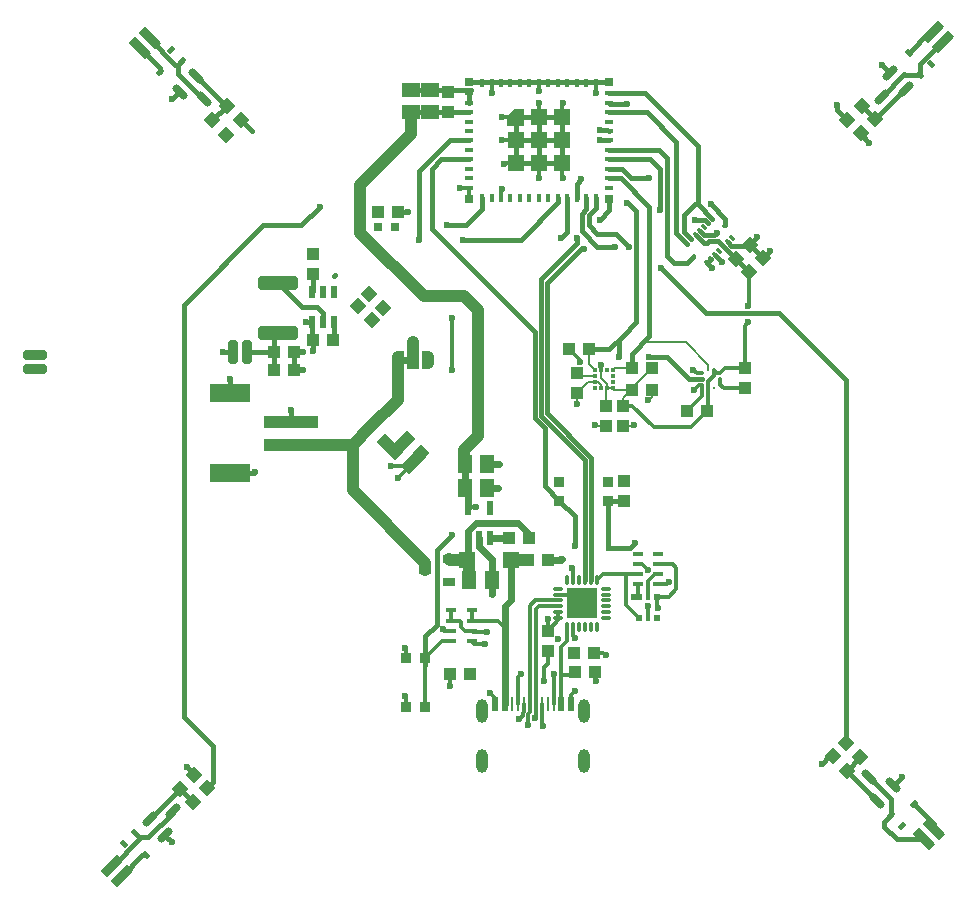
<source format=gbr>
%TF.GenerationSoftware,KiCad,Pcbnew,6.0.9-8da3e8f707~117~ubuntu20.04.1*%
%TF.CreationDate,2022-12-05T22:16:00+00:00*%
%TF.ProjectId,drone,64726f6e-652e-46b6-9963-61645f706362,rev?*%
%TF.SameCoordinates,Original*%
%TF.FileFunction,Copper,L1,Top*%
%TF.FilePolarity,Positive*%
%FSLAX46Y46*%
G04 Gerber Fmt 4.6, Leading zero omitted, Abs format (unit mm)*
G04 Created by KiCad (PCBNEW 6.0.9-8da3e8f707~117~ubuntu20.04.1) date 2022-12-05 22:16:00*
%MOMM*%
%LPD*%
G01*
G04 APERTURE LIST*
G04 Aperture macros list*
%AMRoundRect*
0 Rectangle with rounded corners*
0 $1 Rounding radius*
0 $2 $3 $4 $5 $6 $7 $8 $9 X,Y pos of 4 corners*
0 Add a 4 corners polygon primitive as box body*
4,1,4,$2,$3,$4,$5,$6,$7,$8,$9,$2,$3,0*
0 Add four circle primitives for the rounded corners*
1,1,$1+$1,$2,$3*
1,1,$1+$1,$4,$5*
1,1,$1+$1,$6,$7*
1,1,$1+$1,$8,$9*
0 Add four rect primitives between the rounded corners*
20,1,$1+$1,$2,$3,$4,$5,0*
20,1,$1+$1,$4,$5,$6,$7,0*
20,1,$1+$1,$6,$7,$8,$9,0*
20,1,$1+$1,$8,$9,$2,$3,0*%
%AMRotRect*
0 Rectangle, with rotation*
0 The origin of the aperture is its center*
0 $1 length*
0 $2 width*
0 $3 Rotation angle, in degrees counterclockwise*
0 Add horizontal line*
21,1,$1,$2,0,0,$3*%
%AMFreePoly0*
4,1,22,0.550000,-0.750000,0.000000,-0.750000,0.000000,-0.745033,-0.079941,-0.743568,-0.215256,-0.701293,-0.333266,-0.622738,-0.424486,-0.514219,-0.481581,-0.384460,-0.499164,-0.250000,-0.500000,-0.250000,-0.500000,0.250000,-0.499164,0.250000,-0.499963,0.256109,-0.478152,0.396186,-0.417904,0.524511,-0.324060,0.630769,-0.204165,0.706417,-0.067858,0.745374,0.000000,0.744959,0.000000,0.750000,
0.550000,0.750000,0.550000,-0.750000,0.550000,-0.750000,$1*%
%AMFreePoly1*
4,1,20,0.000000,0.744959,0.073905,0.744508,0.209726,0.703889,0.328688,0.626782,0.421226,0.519385,0.479903,0.390333,0.500000,0.250000,0.500000,-0.250000,0.499851,-0.262216,0.476331,-0.402017,0.414519,-0.529596,0.319384,-0.634700,0.198574,-0.708877,0.061801,-0.746166,0.000000,-0.745033,0.000000,-0.750000,-0.550000,-0.750000,-0.550000,0.750000,0.000000,0.750000,0.000000,0.744959,
0.000000,0.744959,$1*%
G04 Aperture macros list end*
%TA.AperFunction,SMDPad,CuDef*%
%ADD10FreePoly0,0.000000*%
%TD*%
%TA.AperFunction,SMDPad,CuDef*%
%ADD11R,1.000000X1.500000*%
%TD*%
%TA.AperFunction,SMDPad,CuDef*%
%ADD12FreePoly1,0.000000*%
%TD*%
%TA.AperFunction,SMDPad,CuDef*%
%ADD13R,4.600000X1.000000*%
%TD*%
%TA.AperFunction,SMDPad,CuDef*%
%ADD14R,3.400000X1.600000*%
%TD*%
%TA.AperFunction,SMDPad,CuDef*%
%ADD15RoundRect,0.250000X-1.450000X0.312500X-1.450000X-0.312500X1.450000X-0.312500X1.450000X0.312500X0*%
%TD*%
%TA.AperFunction,SMDPad,CuDef*%
%ADD16R,1.500000X1.240000*%
%TD*%
%TA.AperFunction,SMDPad,CuDef*%
%ADD17RotRect,1.075000X1.000000X315.000000*%
%TD*%
%TA.AperFunction,SMDPad,CuDef*%
%ADD18R,0.550000X1.200000*%
%TD*%
%TA.AperFunction,SMDPad,CuDef*%
%ADD19RotRect,1.075000X1.000000X135.000000*%
%TD*%
%TA.AperFunction,SMDPad,CuDef*%
%ADD20RoundRect,0.200000X-0.800000X-0.200000X0.800000X-0.200000X0.800000X0.200000X-0.800000X0.200000X0*%
%TD*%
%TA.AperFunction,SMDPad,CuDef*%
%ADD21R,1.075000X1.000000*%
%TD*%
%TA.AperFunction,SMDPad,CuDef*%
%ADD22RotRect,0.450000X0.700000X45.000000*%
%TD*%
%TA.AperFunction,SMDPad,CuDef*%
%ADD23R,1.240000X1.500000*%
%TD*%
%TA.AperFunction,SMDPad,CuDef*%
%ADD24RotRect,0.450000X0.700000X135.000000*%
%TD*%
%TA.AperFunction,SMDPad,CuDef*%
%ADD25R,0.900000X0.450000*%
%TD*%
%TA.AperFunction,SMDPad,CuDef*%
%ADD26RotRect,1.075000X1.000000X45.000000*%
%TD*%
%TA.AperFunction,SMDPad,CuDef*%
%ADD27RoundRect,0.200000X0.200000X-0.800000X0.200000X0.800000X-0.200000X0.800000X-0.200000X-0.800000X0*%
%TD*%
%TA.AperFunction,SMDPad,CuDef*%
%ADD28RoundRect,0.200000X0.707107X-0.424264X-0.424264X0.707107X-0.707107X0.424264X0.424264X-0.707107X0*%
%TD*%
%TA.AperFunction,SMDPad,CuDef*%
%ADD29R,1.000000X1.075000*%
%TD*%
%TA.AperFunction,SMDPad,CuDef*%
%ADD30RoundRect,0.150000X-0.309359X-0.521491X0.521491X0.309359X0.309359X0.521491X-0.521491X-0.309359X0*%
%TD*%
%TA.AperFunction,SMDPad,CuDef*%
%ADD31R,1.016000X0.635000*%
%TD*%
%TA.AperFunction,SMDPad,CuDef*%
%ADD32R,0.900000X0.900000*%
%TD*%
%TA.AperFunction,SMDPad,CuDef*%
%ADD33RotRect,0.450000X0.700000X225.000000*%
%TD*%
%TA.AperFunction,SMDPad,CuDef*%
%ADD34RotRect,1.075000X1.000000X225.000000*%
%TD*%
%TA.AperFunction,SMDPad,CuDef*%
%ADD35RoundRect,0.200000X-0.707107X0.424264X0.424264X-0.707107X0.707107X-0.424264X-0.424264X0.707107X0*%
%TD*%
%TA.AperFunction,SMDPad,CuDef*%
%ADD36R,0.500000X0.500000*%
%TD*%
%TA.AperFunction,SMDPad,CuDef*%
%ADD37R,0.400000X0.500000*%
%TD*%
%TA.AperFunction,SMDPad,CuDef*%
%ADD38RoundRect,0.200000X0.424264X0.707107X-0.707107X-0.424264X-0.424264X-0.707107X0.707107X0.424264X0*%
%TD*%
%TA.AperFunction,SMDPad,CuDef*%
%ADD39RoundRect,0.070000X0.330000X0.070000X-0.330000X0.070000X-0.330000X-0.070000X0.330000X-0.070000X0*%
%TD*%
%TA.AperFunction,SMDPad,CuDef*%
%ADD40RoundRect,0.070000X0.070000X-0.330000X0.070000X0.330000X-0.070000X0.330000X-0.070000X-0.330000X0*%
%TD*%
%TA.AperFunction,SMDPad,CuDef*%
%ADD41RoundRect,0.070000X-0.330000X-0.070000X0.330000X-0.070000X0.330000X0.070000X-0.330000X0.070000X0*%
%TD*%
%TA.AperFunction,SMDPad,CuDef*%
%ADD42RoundRect,0.070000X-0.070000X0.330000X-0.070000X-0.330000X0.070000X-0.330000X0.070000X0.330000X0*%
%TD*%
%TA.AperFunction,SMDPad,CuDef*%
%ADD43R,2.500000X2.500000*%
%TD*%
%TA.AperFunction,SMDPad,CuDef*%
%ADD44RotRect,0.450000X0.700000X315.000000*%
%TD*%
%TA.AperFunction,SMDPad,CuDef*%
%ADD45R,0.550000X1.050000*%
%TD*%
%TA.AperFunction,SMDPad,CuDef*%
%ADD46R,0.800000X0.400000*%
%TD*%
%TA.AperFunction,SMDPad,CuDef*%
%ADD47R,0.400000X0.800000*%
%TD*%
%TA.AperFunction,SMDPad,CuDef*%
%ADD48R,1.450000X1.450000*%
%TD*%
%TA.AperFunction,SMDPad,CuDef*%
%ADD49R,0.700000X0.700000*%
%TD*%
%TA.AperFunction,SMDPad,CuDef*%
%ADD50R,0.250000X0.275000*%
%TD*%
%TA.AperFunction,SMDPad,CuDef*%
%ADD51R,0.275000X0.250000*%
%TD*%
%TA.AperFunction,SMDPad,CuDef*%
%ADD52R,0.800000X0.800000*%
%TD*%
%TA.AperFunction,SMDPad,CuDef*%
%ADD53R,0.575000X1.150000*%
%TD*%
%TA.AperFunction,SMDPad,CuDef*%
%ADD54R,0.275000X1.150000*%
%TD*%
%TA.AperFunction,ComponentPad*%
%ADD55O,1.000000X2.000000*%
%TD*%
%TA.AperFunction,SMDPad,CuDef*%
%ADD56RoundRect,0.150000X-0.521491X0.309359X0.309359X-0.521491X0.521491X-0.309359X-0.309359X0.521491X0*%
%TD*%
%TA.AperFunction,SMDPad,CuDef*%
%ADD57RoundRect,0.200000X-0.424264X-0.707107X0.707107X0.424264X0.424264X0.707107X-0.707107X-0.424264X0*%
%TD*%
%TA.AperFunction,SMDPad,CuDef*%
%ADD58RoundRect,0.150000X0.521491X-0.309359X-0.309359X0.521491X-0.521491X0.309359X0.309359X-0.521491X0*%
%TD*%
%TA.AperFunction,SMDPad,CuDef*%
%ADD59R,0.300000X0.350000*%
%TD*%
%TA.AperFunction,SMDPad,CuDef*%
%ADD60R,0.350000X0.300000*%
%TD*%
%TA.AperFunction,SMDPad,CuDef*%
%ADD61RoundRect,0.150000X0.309359X0.521491X-0.521491X-0.309359X-0.309359X-0.521491X0.521491X0.309359X0*%
%TD*%
%TA.AperFunction,SMDPad,CuDef*%
%ADD62R,1.400000X1.400000*%
%TD*%
%TA.AperFunction,SMDPad,CuDef*%
%ADD63RotRect,0.590000X0.350000X225.000000*%
%TD*%
%TA.AperFunction,SMDPad,CuDef*%
%ADD64RotRect,0.590000X0.350000X315.000000*%
%TD*%
%TA.AperFunction,SMDPad,CuDef*%
%ADD65RotRect,0.590000X0.350000X45.000000*%
%TD*%
%TA.AperFunction,SMDPad,CuDef*%
%ADD66RotRect,0.590000X0.350000X135.000000*%
%TD*%
%TA.AperFunction,ViaPad*%
%ADD67C,0.600000*%
%TD*%
%TA.AperFunction,Conductor*%
%ADD68C,1.000000*%
%TD*%
%TA.AperFunction,Conductor*%
%ADD69C,0.300000*%
%TD*%
%TA.AperFunction,Conductor*%
%ADD70C,0.400000*%
%TD*%
%TA.AperFunction,Conductor*%
%ADD71C,0.600000*%
%TD*%
%TA.AperFunction,Conductor*%
%ADD72C,0.200000*%
%TD*%
G04 APERTURE END LIST*
%TO.C,JP1*%
G36*
X91700000Y-89100000D02*
G01*
X91200000Y-89100000D01*
X91200000Y-88500000D01*
X91700000Y-88500000D01*
X91700000Y-89100000D01*
G37*
%TO.C,X3*%
G36*
X101530000Y-68980000D02*
G01*
X100070000Y-68980000D01*
X100070000Y-68122929D01*
X100672929Y-67520000D01*
X101530000Y-67520000D01*
X101530000Y-68980000D01*
G37*
%TD*%
D10*
%TO.P,JP1,1,A*%
%TO.N,VBAT*%
X90800000Y-88800000D03*
D11*
%TO.P,JP1,2,C*%
%TO.N,VDD*%
X92100000Y-88800000D03*
D12*
%TO.P,JP1,3,B*%
%TO.N,+5V*%
X93400000Y-88800000D03*
%TD*%
D13*
%TO.P,X1,1,1*%
%TO.N,VBAT*%
X81800000Y-96000000D03*
%TO.P,X1,2,2*%
%TO.N,GND*%
X81800000Y-94000000D03*
D14*
%TO.P,X1,NC1,P$1*%
X76600000Y-98400000D03*
%TO.P,X1,NC2,P$1*%
X76600000Y-91600000D03*
%TD*%
D15*
%TO.P,L1,1,1*%
%TO.N,Net-(C19-Pad2)*%
X80700000Y-82262500D03*
%TO.P,L1,2,2*%
%TO.N,+5V*%
X80700000Y-86537500D03*
%TD*%
D16*
%TO.P,C1,1,1*%
%TO.N,3.3V*%
X93500000Y-67800001D03*
%TO.P,C1,2,2*%
%TO.N,GND*%
X93500000Y-65900001D03*
%TD*%
D17*
%TO.P,R8,1,1*%
%TO.N,Net-(IC4-Pad4)*%
X88388908Y-83209010D03*
%TO.P,R8,2,2*%
%TO.N,+5V*%
X89590990Y-84411092D03*
%TD*%
D18*
%TO.P,U2,1,IN*%
%TO.N,/VHI*%
X96750000Y-103900100D03*
%TO.P,U2,2,GND*%
%TO.N,GND*%
X97700000Y-103900100D03*
%TO.P,U2,3,EN*%
%TO.N,/EN*%
X98650000Y-103900100D03*
%TO.P,U2,4,P4*%
%TO.N,unconnected-(U2-Pad4)*%
X98650000Y-101299900D03*
%TO.P,U2,5,OUT*%
%TO.N,3.3V*%
X96750000Y-101299900D03*
%TD*%
D19*
%TO.P,R11,1,1*%
%TO.N,GND*%
X88601041Y-85401041D03*
%TO.P,R11,2,2*%
%TO.N,Net-(IC4-Pad4)*%
X87398959Y-84198959D03*
%TD*%
D20*
%TO.P,J2,1,Pin_1*%
%TO.N,/PI_RX*%
X60100000Y-89575000D03*
%TO.P,J2,2,Pin_2*%
%TO.N,/PI_TX*%
X60100000Y-88375000D03*
%TD*%
D21*
%TO.P,R12,1,1*%
%TO.N,GND*%
X103550000Y-105700000D03*
%TO.P,R12,2,2*%
%TO.N,VBUS*%
X101850000Y-105700000D03*
%TD*%
D22*
%TO.P,D5,1,A*%
%TO.N,Net-(D5-Pad1)*%
X135031307Y-64645057D03*
%TO.P,D5,2,NC*%
%TO.N,unconnected-(D5-Pad2)*%
X135950546Y-63725818D03*
%TO.P,D5,3,K*%
%TO.N,VDD*%
X134076713Y-62771224D03*
%TD*%
D23*
%TO.P,C6,1,1*%
%TO.N,/VHI*%
X96850000Y-107400000D03*
%TO.P,C6,2,2*%
%TO.N,GND*%
X98750000Y-107400000D03*
%TD*%
D21*
%TO.P,C18,1,1*%
%TO.N,VBAT*%
X85300000Y-87100000D03*
%TO.P,C18,2,2*%
%TO.N,GND*%
X83600000Y-87100000D03*
%TD*%
D16*
%TO.P,C13,1,1*%
%TO.N,3.3V*%
X91900000Y-67800001D03*
%TO.P,C13,2,2*%
%TO.N,GND*%
X91900000Y-65900001D03*
%TD*%
D21*
%TO.P,R5,1,1*%
%TO.N,GND*%
X107450000Y-113600000D03*
%TO.P,R5,2,2*%
%TO.N,/CC2*%
X105750000Y-113600000D03*
%TD*%
%TO.P,R2,1,1*%
%TO.N,3.3V*%
X112300000Y-89500000D03*
%TO.P,R2,2,2*%
%TO.N,/SCL*%
X110600000Y-89500000D03*
%TD*%
%TO.P,C11,1,1*%
%TO.N,VBUS*%
X105800000Y-115200000D03*
%TO.P,C11,2,2*%
%TO.N,GND*%
X107500000Y-115200000D03*
%TD*%
D24*
%TO.P,D2,1,A*%
%TO.N,Net-(D2-Pad1)*%
X72532220Y-63485694D03*
%TO.P,D2,2,NC*%
%TO.N,unconnected-(D2-Pad2)*%
X71612981Y-62566455D03*
%TO.P,D2,3,K*%
%TO.N,VDD*%
X70658387Y-64440288D03*
%TD*%
D23*
%TO.P,C2,1,1*%
%TO.N,3.3V*%
X96500000Y-99600000D03*
%TO.P,C2,2,2*%
%TO.N,GND*%
X98400000Y-99600000D03*
%TD*%
D25*
%TO.P,R9,1,1*%
%TO.N,/VBUS_DET*%
X95350000Y-110000000D03*
%TO.P,R9,2,1*%
X95350000Y-110900000D03*
%TO.P,R9,3,1*%
%TO.N,GND*%
X95350000Y-111700000D03*
%TO.P,R9,4,1*%
%TO.N,Net-(R9-Pad4)*%
X95350000Y-112600000D03*
%TO.P,R9,5,2*%
%TO.N,3.3V*%
X97050000Y-112600000D03*
%TO.P,R9,6,2*%
%TO.N,/VBUS_DET*%
X97050000Y-111700000D03*
%TO.P,R9,7,2*%
%TO.N,VBUS*%
X97050000Y-110900000D03*
%TO.P,R9,8,2*%
X97050000Y-110000000D03*
%TD*%
D26*
%TO.P,C7,1,1*%
%TO.N,3.3V*%
X119427386Y-80220280D03*
%TO.P,C7,2,2*%
%TO.N,GND*%
X120629468Y-79018198D03*
%TD*%
D27*
%TO.P,J1,1,Pin_1*%
%TO.N,+5V*%
X78075000Y-88100000D03*
%TO.P,J1,2,Pin_2*%
%TO.N,GND*%
X76875000Y-88100000D03*
%TD*%
D28*
%TO.P,J3,1,Pin_1*%
%TO.N,VDD*%
X136190649Y-128494633D03*
%TO.P,J3,2,Pin_2*%
%TO.N,Net-(D1-Pad1)*%
X135342120Y-129343161D03*
%TD*%
D29*
%TO.P,C4,1,1*%
%TO.N,/NOT_RESET*%
X109950000Y-100700000D03*
%TO.P,C4,2,2*%
%TO.N,GND*%
X109950000Y-99000000D03*
%TD*%
D17*
%TO.P,C5,1,1*%
%TO.N,/A13_I35*%
X91609188Y-95487868D03*
%TO.P,C5,2,2*%
%TO.N,GND*%
X92811270Y-96689950D03*
%TD*%
D30*
%TO.P,Q6,3,D*%
%TO.N,Net-(D6-Pad1)*%
X71795494Y-127002765D03*
%TO.P,Q6,2,S*%
%TO.N,GND*%
X71141420Y-129000342D03*
%TO.P,Q6,1,G*%
%TO.N,Net-(Q6-Pad1)*%
X69797917Y-127656839D03*
%TD*%
D31*
%TO.P,Q3,1,G*%
%TO.N,VBUS*%
X95150000Y-107550000D03*
%TO.P,Q3,2,S*%
%TO.N,/VHI*%
X95150000Y-105650000D03*
%TO.P,Q3,3,D*%
%TO.N,VBAT*%
X93150000Y-106600000D03*
%TD*%
D21*
%TO.P,R4,1,1*%
%TO.N,3.3V*%
X105300000Y-87900000D03*
%TO.P,R4,2,2*%
%TO.N,/SDA*%
X107000000Y-87900000D03*
%TD*%
D29*
%TO.P,C15,1,1*%
%TO.N,3.3V*%
X109850000Y-92650000D03*
%TO.P,C15,2,2*%
%TO.N,GND*%
X109850000Y-94350000D03*
%TD*%
D21*
%TO.P,R6,1,1*%
%TO.N,GND*%
X95250000Y-115400000D03*
%TO.P,R6,2,2*%
%TO.N,/CC1*%
X96950000Y-115400000D03*
%TD*%
%TO.P,R10,1,1*%
%TO.N,/IO13_A12*%
X90800000Y-76300000D03*
%TO.P,R10,2,2*%
%TO.N,Net-(D3-PadA)*%
X89100000Y-76300000D03*
%TD*%
D32*
%TO.P,SW1,A,P*%
%TO.N,GND*%
X91500000Y-114050000D03*
%TO.P,SW1,A',P1*%
X91500000Y-118150000D03*
%TO.P,SW1,B,S*%
%TO.N,Net-(R9-Pad4)*%
X93100000Y-114050000D03*
%TO.P,SW1,B',S1*%
X93100000Y-118150000D03*
%TD*%
D19*
%TO.P,R17,1,1*%
%TO.N,GND*%
X76302082Y-69702082D03*
%TO.P,R17,2,2*%
%TO.N,Net-(Q2-Pad1)*%
X75100000Y-68500000D03*
%TD*%
D21*
%TO.P,R7,1,1*%
%TO.N,/EN*%
X100250000Y-103900000D03*
%TO.P,R7,2,2*%
%TO.N,/VHI*%
X101950000Y-103900000D03*
%TD*%
D33*
%TO.P,D6,1,A*%
%TO.N,Net-(D6-Pad1)*%
X68552513Y-128833274D03*
%TO.P,D6,2,NC*%
%TO.N,unconnected-(D6-Pad2)*%
X67633274Y-129752513D03*
%TO.P,D6,3,K*%
%TO.N,VDD*%
X69507107Y-130707107D03*
%TD*%
D34*
%TO.P,R21,1,1*%
%TO.N,GND*%
X73578723Y-123889278D03*
%TO.P,R21,2,2*%
%TO.N,Net-(Q6-Pad1)*%
X72376641Y-125091360D03*
%TD*%
D35*
%TO.P,J4,1,Pin_1*%
%TO.N,VDD*%
X68944949Y-62351393D03*
%TO.P,J4,2,Pin_2*%
%TO.N,Net-(D2-Pad1)*%
X69793478Y-61502865D03*
%TD*%
D36*
%TO.P,Q5,1,S*%
%TO.N,/DTR*%
X112750000Y-108850000D03*
D37*
%TO.P,Q5,2,G*%
%TO.N,Net-(Q5-Pad2)*%
X112000000Y-108850000D03*
D36*
%TO.P,Q5,3,D*%
%TO.N,/NOT_RESET*%
X111250000Y-108850000D03*
%TO.P,Q5,4,S*%
%TO.N,/RTS*%
X111250000Y-110650000D03*
D37*
%TO.P,Q5,5,G*%
%TO.N,Net-(Q5-Pad5)*%
X112000000Y-110650000D03*
D36*
%TO.P,Q5,6,D*%
%TO.N,/GPIO0*%
X112750000Y-110650000D03*
%TD*%
D38*
%TO.P,J5,1,Pin_1*%
%TO.N,VDD*%
X136135876Y-61028054D03*
%TO.P,J5,2,Pin_2*%
%TO.N,Net-(D5-Pad1)*%
X136984404Y-61876583D03*
%TD*%
D19*
%TO.P,R1,1,1*%
%TO.N,/A13_I35*%
X89700000Y-95700000D03*
%TO.P,R1,2,2*%
%TO.N,VBAT*%
X88497918Y-94497918D03*
%TD*%
D39*
%TO.P,IC3,1,RI*%
%TO.N,unconnected-(IC3-Pad1)*%
X104400000Y-108150000D03*
%TO.P,IC3,2,GND*%
%TO.N,GND*%
X104400000Y-108650000D03*
%TO.P,IC3,3,D+*%
%TO.N,/D+*%
X104400000Y-109150000D03*
%TO.P,IC3,4,D-*%
%TO.N,/D-*%
X104400000Y-109650000D03*
%TO.P,IC3,5,VIO*%
%TO.N,/3.45V*%
X104400000Y-110150000D03*
%TO.P,IC3,6,VDD*%
X104400000Y-110650000D03*
D40*
%TO.P,IC3,7,REGIN*%
%TO.N,VBUS*%
X105150000Y-111400000D03*
%TO.P,IC3,8,VBUS*%
%TO.N,/VBUS_DET*%
X105650000Y-111400000D03*
%TO.P,IC3,9,#RST*%
%TO.N,unconnected-(IC3-Pad9)*%
X106150000Y-111400000D03*
%TO.P,IC3,10*%
%TO.N,N/C*%
X106650000Y-111400000D03*
%TO.P,IC3,11,GPIO3*%
%TO.N,unconnected-(IC3-Pad11)*%
X107150000Y-111400000D03*
%TO.P,IC3,12,GPIO2*%
%TO.N,unconnected-(IC3-Pad12)*%
X107650000Y-111400000D03*
D41*
%TO.P,IC3,13,GPIO1/RXLED*%
%TO.N,unconnected-(IC3-Pad13)*%
X108400000Y-110650000D03*
%TO.P,IC3,14,GPIO0/TXLED*%
%TO.N,unconnected-(IC3-Pad14)*%
X108400000Y-110150000D03*
%TO.P,IC3,15,#SUSPEND*%
%TO.N,unconnected-(IC3-Pad15)*%
X108400000Y-109650000D03*
%TO.P,IC3,16,CP2014VREG*%
%TO.N,unconnected-(IC3-Pad16)*%
X108400000Y-109150000D03*
%TO.P,IC3,17,SUSPEND*%
%TO.N,unconnected-(IC3-Pad17)*%
X108400000Y-108650000D03*
%TO.P,IC3,18,CTS*%
%TO.N,unconnected-(IC3-Pad18)*%
X108400000Y-108150000D03*
D42*
%TO.P,IC3,19,RTS*%
%TO.N,/RTS*%
X107650000Y-107400000D03*
%TO.P,IC3,20,RXD*%
%TO.N,/TXD0*%
X107150000Y-107400000D03*
%TO.P,IC3,21,TXD*%
%TO.N,/RXD0*%
X106650000Y-107400000D03*
%TO.P,IC3,22,DSR*%
%TO.N,unconnected-(IC3-Pad22)*%
X106150000Y-107400000D03*
%TO.P,IC3,23,DTR*%
%TO.N,/DTR*%
X105650000Y-107400000D03*
%TO.P,IC3,24,DCD*%
%TO.N,unconnected-(IC3-Pad24)*%
X105150000Y-107400000D03*
D43*
%TO.P,IC3,THERM,GND*%
%TO.N,GND*%
X106400000Y-109400000D03*
%TD*%
D44*
%TO.P,D1,1,A*%
%TO.N,Net-(D1-Pad1)*%
X132602082Y-127345584D03*
%TO.P,D1,2,NC*%
%TO.N,unconnected-(D1-Pad2)*%
X133521321Y-128264823D03*
%TO.P,D1,3,K*%
%TO.N,VDD*%
X134475915Y-126390990D03*
%TD*%
D21*
%TO.P,C20,1,1*%
%TO.N,+5V*%
X80300000Y-89600000D03*
%TO.P,C20,2,2*%
%TO.N,GND*%
X82000000Y-89600000D03*
%TD*%
D45*
%TO.P,IC4,1,GND*%
%TO.N,GND*%
X83550000Y-85600000D03*
%TO.P,IC4,2,SW*%
%TO.N,Net-(C19-Pad2)*%
X84500000Y-85600000D03*
%TO.P,IC4,3,VIN*%
%TO.N,VBAT*%
X85450000Y-85600000D03*
%TO.P,IC4,4,FB*%
%TO.N,Net-(IC4-Pad4)*%
X85450000Y-83000000D03*
%TO.P,IC4,5,EN*%
%TO.N,unconnected-(IC4-Pad5)*%
X84500000Y-83000000D03*
%TO.P,IC4,6,BST*%
%TO.N,Net-(C19-Pad1)*%
X83550000Y-83000000D03*
%TD*%
D46*
%TO.P,X3,1,GND*%
%TO.N,GND*%
X96850000Y-66200000D03*
%TO.P,X3,2,GND*%
X96850000Y-67000000D03*
%TO.P,X3,3,3.3V*%
%TO.N,3.3V*%
X96850000Y-67800000D03*
%TO.P,X3,4,I36/A1_0*%
%TO.N,/A4_I36*%
X96850000Y-68600000D03*
%TO.P,X3,5,I37/A1_1*%
%TO.N,/PWM3*%
X96850000Y-69400000D03*
%TO.P,X3,6,I38/A1_2*%
%TO.N,Net-(R9-Pad4)*%
X96850000Y-70200000D03*
%TO.P,X3,7,I39/A1_3*%
%TO.N,/A3_I39*%
X96850000Y-71000000D03*
%TO.P,X3,8,EN*%
%TO.N,/NOT_RESET*%
X96850000Y-71800000D03*
%TO.P,X3,9,I34/A1_6*%
%TO.N,/A2_I34*%
X96850000Y-72600000D03*
%TO.P,X3,10,I35/A1_7*%
%TO.N,/A13_I35*%
X96850000Y-73400000D03*
%TO.P,X3,11,GND*%
%TO.N,GND*%
X96850000Y-74200000D03*
D47*
%TO.P,X3,12,IO32/A1_4/X32P*%
%TO.N,/PWM4*%
X97950000Y-75100000D03*
%TO.P,X3,13,IO33/A1_5/X32N*%
%TO.N,/IO33_A9*%
X98750000Y-75100000D03*
%TO.P,X3,14,GND*%
%TO.N,GND*%
X99550000Y-75100000D03*
%TO.P,X3,15,IO25/DAC1/A2_8*%
%TO.N,/IO25{slash}DAC1*%
X100350000Y-75100000D03*
%TO.P,X3,16,IO26/DAC2/A2_9*%
%TO.N,/IO26{slash}DAC2*%
X101150000Y-75100000D03*
%TO.P,X3,17,IO27/A2_7*%
%TO.N,/IO27_A10*%
X101950000Y-75100000D03*
%TO.P,X3,18,IO14/A2_6*%
%TO.N,/CS_ADC*%
X102750000Y-75100000D03*
%TO.P,X3,19,IO12/A2_5*%
%TO.N,/IO12_A11*%
X103550000Y-75100000D03*
%TO.P,X3,20,IO13/A2_4*%
%TO.N,/IO13_A12*%
X104350000Y-75100000D03*
%TO.P,X3,21,IO15/A2_3*%
%TO.N,/PWM1*%
X105150000Y-75100000D03*
%TO.P,X3,22,IO2/A2_2*%
%TO.N,/PWM2*%
X105950000Y-75100000D03*
%TO.P,X3,23,IO0/A2_1*%
%TO.N,/GYRO_INT*%
X106750000Y-75100000D03*
%TO.P,X3,24,IO4/A2_0*%
%TO.N,/CS_ACCEL*%
X107550000Y-75100000D03*
D46*
%TO.P,X3,25*%
%TO.N,N/C*%
X108650000Y-74200000D03*
%TO.P,X3,26,IO20*%
%TO.N,/SCL*%
X108650000Y-73400000D03*
%TO.P,X3,27,IO7*%
%TO.N,/ACCEL_INT*%
X108650000Y-72600000D03*
%TO.P,X3,28,IO8*%
%TO.N,/CS_GYRO*%
X108650000Y-71800000D03*
%TO.P,X3,29,IO5*%
%TO.N,/SCK*%
X108650000Y-71000000D03*
%TO.P,X3,30,RXD0*%
%TO.N,/RXD0*%
X108650000Y-70200000D03*
%TO.P,X3,31,TXD0*%
%TO.N,/TXD0*%
X108650000Y-69400000D03*
%TO.P,X3,32*%
%TO.N,N/C*%
X108650000Y-68600000D03*
%TO.P,X3,33,IO19*%
%TO.N,/MOSI*%
X108650000Y-67800000D03*
%TO.P,X3,34,IO22*%
%TO.N,/SDA*%
X108650000Y-67000000D03*
%TO.P,X3,35,IO21*%
%TO.N,/MISO*%
X108650000Y-66200000D03*
D47*
%TO.P,X3,36,GND*%
%TO.N,GND*%
X107550000Y-65300000D03*
%TO.P,X3,37,GND*%
X106750000Y-65300000D03*
%TO.P,X3,38,GND*%
X105950000Y-65300000D03*
%TO.P,X3,39,GND*%
X105150000Y-65300000D03*
%TO.P,X3,40,GND*%
X104350000Y-65300000D03*
%TO.P,X3,41,GND*%
X103550000Y-65300000D03*
%TO.P,X3,42,GND*%
X102750000Y-65300000D03*
%TO.P,X3,43,GND*%
X101950000Y-65300000D03*
%TO.P,X3,44,GND*%
X101150000Y-65300000D03*
%TO.P,X3,45,GND*%
X100350000Y-65300000D03*
%TO.P,X3,46,GND*%
X99550000Y-65300000D03*
%TO.P,X3,47,GND*%
X98750000Y-65300000D03*
%TO.P,X3,48,GND*%
X97950000Y-65300000D03*
D48*
%TO.P,X3,49,GND*%
X102750000Y-70200000D03*
D49*
%TO.P,X3,50,GND*%
X108700000Y-65250000D03*
%TO.P,X3,51,GND*%
X108700000Y-75150000D03*
%TO.P,X3,52,GND*%
X96800000Y-75150000D03*
%TO.P,X3,53,GND*%
X96800000Y-65250000D03*
D48*
%TO.P,X3,54,GND*%
X100800000Y-70200000D03*
%TO.P,X3,55,GND*%
X100800000Y-72150000D03*
%TO.P,X3,56,GND*%
X102750000Y-72150000D03*
%TO.P,X3,57,GND*%
X104700000Y-72150000D03*
%TO.P,X3,58,GND*%
X104700000Y-70200000D03*
%TO.P,X3,59,GND*%
X104700000Y-68250000D03*
%TO.P,X3,60,GND*%
X102750000Y-68250000D03*
D36*
%TO.P,X3,61,GND*%
X100800000Y-68250000D03*
%TD*%
D50*
%TO.P,IC2,1,VDDIO*%
%TO.N,3.3V*%
X117594000Y-89637000D03*
%TO.P,IC2,2,SCK*%
%TO.N,/SCL*%
X117094000Y-89637000D03*
D51*
%TO.P,IC2,3,VSS_1*%
%TO.N,GND*%
X116582000Y-89900000D03*
%TO.P,IC2,4,SDI*%
%TO.N,/SDA*%
X116582000Y-90400000D03*
%TO.P,IC2,5,SDO*%
%TO.N,GND*%
X116582000Y-90900000D03*
D50*
%TO.P,IC2,6,CSB*%
%TO.N,3.3V*%
X117094000Y-91163000D03*
%TO.P,IC2,7,INT*%
%TO.N,/PRESSURE_INT*%
X117594000Y-91163000D03*
D51*
%TO.P,IC2,8,VSS_2*%
%TO.N,GND*%
X118106000Y-90900000D03*
%TO.P,IC2,9,VSS_3*%
X118106000Y-90400000D03*
%TO.P,IC2,10,VDD*%
%TO.N,3.3V*%
X118106000Y-89900000D03*
%TD*%
D23*
%TO.P,C8,1,1*%
%TO.N,3.3V*%
X96500000Y-97600000D03*
%TO.P,C8,2,2*%
%TO.N,GND*%
X98400000Y-97600000D03*
%TD*%
D26*
%TO.P,R19,1,1*%
%TO.N,Net-(Q6-Pad1)*%
X73492498Y-126207217D03*
%TO.P,R19,2,2*%
%TO.N,/PWM4*%
X74694580Y-125005135D03*
%TD*%
D32*
%TO.P,SW2,A,P*%
%TO.N,GND*%
X108600000Y-99100000D03*
%TO.P,SW2,A',P1*%
X104500000Y-99100000D03*
%TO.P,SW2,B,S*%
%TO.N,/NOT_RESET*%
X108600000Y-100700000D03*
%TO.P,SW2,B',S1*%
X104500000Y-100700000D03*
%TD*%
D19*
%TO.P,R3,1,1*%
%TO.N,GND*%
X91785965Y-97785965D03*
%TO.P,R3,2,2*%
%TO.N,/A13_I35*%
X90583883Y-96583883D03*
%TD*%
D52*
%TO.P,D3,A,A*%
%TO.N,Net-(D3-PadA)*%
X89100000Y-77500000D03*
%TO.P,D3,C,C*%
%TO.N,GND*%
X90600000Y-77500000D03*
%TD*%
D29*
%TO.P,C12,1,1*%
%TO.N,/3.45V*%
X103500000Y-111700000D03*
%TO.P,C12,2,2*%
%TO.N,GND*%
X103500000Y-113400000D03*
%TD*%
D53*
%TO.P,X6,A1B12,GND*%
%TO.N,GND*%
X99050000Y-117955000D03*
%TO.P,X6,A4B9,VBUS*%
%TO.N,VBUS*%
X99850000Y-117955000D03*
D54*
%TO.P,X6,A5,CC1*%
%TO.N,/CC1*%
X101000000Y-117955000D03*
%TO.P,X6,A6,D+*%
%TO.N,/D+*%
X102000000Y-117955000D03*
%TO.P,X6,A7,D-*%
%TO.N,/D-*%
X102500000Y-117955000D03*
%TO.P,X6,A8,SBU1*%
%TO.N,unconnected-(X6-PadA8)*%
X103500000Y-117955000D03*
D53*
%TO.P,X6,B1A12,GND*%
%TO.N,GND*%
X105450000Y-117955000D03*
%TO.P,X6,B4A9,VBUS*%
%TO.N,VBUS*%
X104650000Y-117955000D03*
D54*
%TO.P,X6,B5,CC2*%
%TO.N,/CC2*%
X104000000Y-117955000D03*
%TO.P,X6,B6,D+*%
%TO.N,/D+*%
X103000000Y-117955000D03*
%TO.P,X6,B7,D-*%
%TO.N,/D-*%
X101500000Y-117955000D03*
%TO.P,X6,B8,SBU2*%
%TO.N,unconnected-(X6-PadB8)*%
X100500000Y-117955000D03*
D55*
%TO.P,X6,M1*%
%TO.N,N/C*%
X97930000Y-118530000D03*
%TO.P,X6,M2*%
X106570000Y-118530000D03*
%TO.P,X6,M3*%
X97930000Y-122710000D03*
%TO.P,X6,M4*%
X106570000Y-122710000D03*
%TD*%
D21*
%TO.P,C17,1,1*%
%TO.N,3.3V*%
X110600000Y-91300000D03*
%TO.P,C17,2,2*%
%TO.N,GND*%
X112300000Y-91300000D03*
%TD*%
D29*
%TO.P,C9,2,2*%
%TO.N,GND*%
X95100000Y-66100000D03*
%TO.P,C9,1,1*%
%TO.N,3.3V*%
X95100000Y-67800000D03*
%TD*%
D21*
%TO.P,C21,1,1*%
%TO.N,+5V*%
X80300000Y-88100000D03*
%TO.P,C21,2,2*%
%TO.N,GND*%
X82000000Y-88100000D03*
%TD*%
D26*
%TO.P,R20,1,1*%
%TO.N,GND*%
X130000000Y-69600000D03*
%TO.P,R20,2,2*%
%TO.N,Net-(Q4-Pad1)*%
X131202082Y-68397918D03*
%TD*%
D29*
%TO.P,C3,1,1*%
%TO.N,GND*%
X106000000Y-91600000D03*
%TO.P,C3,2,2*%
%TO.N,Net-(C3-Pad2)*%
X106000000Y-89900000D03*
%TD*%
%TO.P,C16,1,1*%
%TO.N,3.3V*%
X108400000Y-92650000D03*
%TO.P,C16,2,2*%
%TO.N,GND*%
X108400000Y-94350000D03*
%TD*%
D21*
%TO.P,C22,2,2*%
%TO.N,GND*%
X115294000Y-93150000D03*
%TO.P,C22,1,1*%
%TO.N,3.3V*%
X116994000Y-93150000D03*
%TD*%
D56*
%TO.P,Q2,1,G*%
%TO.N,Net-(Q2-Pad1)*%
X73724743Y-64731055D03*
%TO.P,Q2,2,S*%
%TO.N,GND*%
X72381240Y-66074558D03*
%TO.P,Q2,3,D*%
%TO.N,Net-(D2-Pad1)*%
X74378817Y-66728632D03*
%TD*%
D57*
%TO.P,J6,1,Pin_1*%
%TO.N,VDD*%
X67432640Y-132451017D03*
%TO.P,J6,2,Pin_2*%
%TO.N,Net-(D6-Pad1)*%
X66584112Y-131602488D03*
%TD*%
D58*
%TO.P,Q1,1,G*%
%TO.N,Net-(Q1-Pad1)*%
X131391161Y-126134664D03*
%TO.P,Q1,2,S*%
%TO.N,GND*%
X132734664Y-124791161D03*
%TO.P,Q1,3,D*%
%TO.N,Net-(D1-Pad1)*%
X130737087Y-124137087D03*
%TD*%
D59*
%TO.P,IC1,1,SCL/SPC*%
%TO.N,/SCL*%
X109000000Y-89650000D03*
%TO.P,IC1,2,NC_1*%
%TO.N,unconnected-(IC1-Pad2)*%
X108500000Y-89650000D03*
%TO.P,IC1,3,CS*%
%TO.N,3.3V*%
X108000000Y-89650000D03*
%TO.P,IC1,4,SDA/SDI/SDO*%
%TO.N,/SDA*%
X107500000Y-89650000D03*
D60*
%TO.P,IC1,5,C1*%
%TO.N,Net-(C3-Pad2)*%
X107500000Y-90150000D03*
%TO.P,IC1,6,GND_1*%
%TO.N,GND*%
X107500000Y-90650000D03*
D59*
%TO.P,IC1,7,INT/DRDY*%
%TO.N,/PWM4*%
X107500000Y-91150000D03*
%TO.P,IC1,8,GND_2*%
%TO.N,GND*%
X108000000Y-91150000D03*
%TO.P,IC1,9,VDD*%
%TO.N,3.3V*%
X108500000Y-91150000D03*
%TO.P,IC1,10,VDD_IO*%
X109000000Y-91150000D03*
D60*
%TO.P,IC1,11,NC_2*%
%TO.N,unconnected-(IC1-Pad11)*%
X109000000Y-90650000D03*
%TO.P,IC1,12,NC_3*%
%TO.N,unconnected-(IC1-Pad12)*%
X109000000Y-90150000D03*
%TD*%
D61*
%TO.P,Q4,1,G*%
%TO.N,Net-(Q4-Pad1)*%
X133798263Y-65849898D03*
%TO.P,Q4,2,S*%
%TO.N,GND*%
X132454760Y-64506395D03*
%TO.P,Q4,3,D*%
%TO.N,Net-(D5-Pad1)*%
X131800686Y-66503972D03*
%TD*%
D29*
%TO.P,C19,1,1*%
%TO.N,Net-(C19-Pad1)*%
X83599999Y-81550000D03*
%TO.P,C19,2,2*%
%TO.N,Net-(C19-Pad2)*%
X83599999Y-79850000D03*
%TD*%
D62*
%TO.P,D4,A,A*%
%TO.N,VBUS*%
X100400000Y-105700000D03*
%TO.P,D4,C,C*%
%TO.N,/VHI*%
X96700000Y-105700000D03*
%TD*%
D34*
%TO.P,R18,1,1*%
%TO.N,Net-(Q4-Pad1)*%
X130070711Y-67266547D03*
%TO.P,R18,2,2*%
%TO.N,/PWM2*%
X128868629Y-68468629D03*
%TD*%
D17*
%TO.P,R16,1,1*%
%TO.N,GND*%
X127616979Y-122360481D03*
%TO.P,R16,2,2*%
%TO.N,Net-(Q1-Pad1)*%
X128819061Y-123562563D03*
%TD*%
D19*
%TO.P,R14,1,1*%
%TO.N,Net-(Q1-Pad1)*%
X129950432Y-122431192D03*
%TO.P,R14,2,2*%
%TO.N,/PWM1*%
X128748350Y-121229110D03*
%TD*%
D26*
%TO.P,C14,1,1*%
%TO.N,3.3V*%
X120558757Y-81351651D03*
%TO.P,C14,2,2*%
%TO.N,GND*%
X121760839Y-80149569D03*
%TD*%
D25*
%TO.P,R13,1,1*%
%TO.N,3.3V*%
X112850000Y-107800000D03*
%TO.P,R13,2,1*%
%TO.N,Net-(Q5-Pad2)*%
X112850000Y-106900000D03*
%TO.P,R13,3,1*%
%TO.N,/DTR*%
X112850000Y-106100000D03*
%TO.P,R13,4*%
%TO.N,N/C*%
X112850000Y-105200000D03*
%TO.P,R13,5*%
X111150000Y-105200000D03*
%TO.P,R13,6,2*%
%TO.N,Net-(Q5-Pad5)*%
X111150000Y-106100000D03*
%TO.P,R13,7,2*%
%TO.N,/RTS*%
X111150000Y-106900000D03*
%TO.P,R13,8,2*%
%TO.N,/NOT_RESET*%
X111150000Y-107800000D03*
%TD*%
D29*
%TO.P,C23,2,2*%
%TO.N,GND*%
X120194000Y-91200000D03*
%TO.P,C23,1,1*%
%TO.N,3.3V*%
X120194000Y-89500000D03*
%TD*%
D63*
%TO.P,U1,16,INT1*%
%TO.N,/ACCEL_INT*%
X118554109Y-77345891D03*
D64*
%TO.P,U1,15,SDO1*%
%TO.N,/MISO*%
X117436881Y-76815560D03*
%TO.P,U1,14,CSB1*%
%TO.N,/CS_ACCEL*%
X117083327Y-77169114D03*
%TO.P,U1,13,INT4*%
%TO.N,unconnected-(U1-Pad13)*%
X116729774Y-77522667D03*
%TO.P,U1,12,INT3*%
%TO.N,/GYRO_INT*%
X116376221Y-77876221D03*
%TO.P,U1,11,VDDIO*%
%TO.N,3.3V*%
X116022667Y-78229774D03*
%TO.P,U1,10,SDO2*%
%TO.N,/MISO*%
X115669114Y-78583327D03*
%TO.P,U1,9,SDA/SDI*%
%TO.N,/MOSI*%
X115315560Y-78936881D03*
D65*
%TO.P,U1,8,SCL/SCK*%
%TO.N,/SCK*%
X115845891Y-80054109D03*
D66*
%TO.P,U1,7,PS*%
%TO.N,GND*%
X116963119Y-80584440D03*
%TO.P,U1,6,GNDIO*%
X117316673Y-80230886D03*
%TO.P,U1,5,CSB2*%
%TO.N,/CS_GYRO*%
X117670226Y-79877333D03*
%TO.P,U1,4,GNDA*%
%TO.N,GND*%
X118023779Y-79523779D03*
%TO.P,U1,3,VDD*%
%TO.N,3.3V*%
X118377333Y-79170226D03*
%TO.P,U1,2,NC*%
%TO.N,GND*%
X118730886Y-78816673D03*
%TO.P,U1,1,INT2*%
%TO.N,unconnected-(U1-Pad1)*%
X119084440Y-78463119D03*
%TD*%
D17*
%TO.P,R15,1,1*%
%TO.N,Net-(Q2-Pad1)*%
X76316827Y-67283173D03*
%TO.P,R15,2,2*%
%TO.N,/PWM3*%
X77518909Y-68485255D03*
%TD*%
D67*
%TO.N,GND*%
X98800000Y-66200000D03*
X102800000Y-66000000D03*
X107600000Y-66200000D03*
X99800000Y-72200000D03*
X102800000Y-73400000D03*
X104800000Y-73400000D03*
X104800000Y-67000000D03*
X102800000Y-67000000D03*
X99600000Y-70200000D03*
X99600000Y-68200000D03*
%TO.N,Net-(R9-Pad4)*%
X92600000Y-78600000D03*
X95400000Y-85200000D03*
X95400000Y-89600000D03*
X95400000Y-103600000D03*
%TO.N,GND*%
X90200000Y-97800000D03*
X90800000Y-98800000D03*
X96100000Y-74200000D03*
X99600000Y-74300000D03*
%TO.N,3.3V*%
X106202632Y-88948349D03*
X108000000Y-89200000D03*
%TO.N,VDD*%
X92100000Y-87300000D03*
%TO.N,3.3V*%
X120500000Y-85600000D03*
X120500000Y-84200000D03*
%TO.N,GND*%
X115800000Y-89600000D03*
X115900000Y-91300000D03*
%TO.N,/SDA*%
X109500000Y-88500000D03*
X112100000Y-88500000D03*
%TO.N,GND*%
X126700000Y-123000000D03*
X133500000Y-124100000D03*
%TO.N,/IO13_A12*%
X91700000Y-76300000D03*
X96300000Y-78600000D03*
%TO.N,/PWM1*%
X113100000Y-81000000D03*
X104600000Y-78500000D03*
%TO.N,/PWM4*%
X95000000Y-77400000D03*
X84200000Y-75800000D03*
%TO.N,/PWM2*%
X128000000Y-67200000D03*
X106300000Y-73500000D03*
%TO.N,/NOT_RESET*%
X110900000Y-104300000D03*
X110800000Y-108900000D03*
X105800000Y-104500000D03*
X108700000Y-104700000D03*
%TO.N,/GYRO_INT*%
X109200000Y-79200000D03*
%TO.N,/CS_ACCEL*%
X110400000Y-79200000D03*
%TO.N,/GYRO_INT*%
X117800000Y-78000000D03*
%TO.N,/TXD0*%
X107900000Y-69300000D03*
X106600000Y-79400000D03*
%TO.N,/RXD0*%
X107900000Y-70200000D03*
X106000000Y-78500000D03*
%TO.N,/SDA*%
X110200000Y-67100000D03*
X110200000Y-75500000D03*
%TO.N,GND*%
X106000000Y-92500000D03*
X107500000Y-94300000D03*
X110800000Y-94300000D03*
X112000000Y-92200000D03*
X107900000Y-76900000D03*
%TO.N,/CS_ACCEL*%
X116000000Y-76900000D03*
%TO.N,/ACCEL_INT*%
X117300000Y-75600000D03*
X112054453Y-73354453D03*
%TO.N,/CS_GYRO*%
X118300000Y-80500000D03*
X113000000Y-76100000D03*
%TO.N,GND*%
X130700000Y-70400000D03*
X131800000Y-63800000D03*
X71700000Y-66700000D03*
X72977681Y-123290320D03*
X71677681Y-129590319D03*
X78700000Y-98300000D03*
X81800000Y-93000000D03*
X76600000Y-90400000D03*
X76000000Y-88100000D03*
X82800000Y-88100000D03*
X82800000Y-89600000D03*
X83000000Y-85600000D03*
X83600000Y-88000000D03*
X122300000Y-79600000D03*
X121200000Y-78400000D03*
X117400000Y-81000000D03*
X103200000Y-116000000D03*
X104400000Y-112400000D03*
X108400000Y-113800000D03*
X107600000Y-116000000D03*
X105800000Y-116800000D03*
X98600000Y-117000000D03*
X91400000Y-117200000D03*
X94600000Y-111600000D03*
X91400000Y-113200000D03*
X95200000Y-116400000D03*
%TO.N,3.3V*%
X97400000Y-101200000D03*
X98200000Y-112800000D03*
X113800000Y-107600000D03*
%TO.N,/DTR*%
X105600000Y-106400000D03*
X112800000Y-109800000D03*
%TO.N,Net-(Q5-Pad5)*%
X112000000Y-106600000D03*
X112000000Y-109600000D03*
%TO.N,GND*%
X104700000Y-105600000D03*
X98800000Y-108600000D03*
X99400000Y-97600000D03*
X99300000Y-99600000D03*
%TO.N,/3.45V*%
X103500000Y-110700000D03*
%TO.N,/VBUS_DET*%
X98400000Y-111800000D03*
X105800000Y-112300000D03*
%TO.N,/CC1*%
X101200000Y-115400000D03*
X96950000Y-115400000D03*
%TO.N,/CC2*%
X105750000Y-113600000D03*
X104000000Y-115400000D03*
%TO.N,/D-*%
X101100000Y-119200000D03*
X102400000Y-119100000D03*
%TO.N,/D+*%
X103100000Y-119800000D03*
X101800000Y-119700000D03*
%TD*%
D68*
%TO.N,3.3V*%
X97600000Y-95200000D02*
X96400000Y-96400000D01*
X96400000Y-97500000D02*
X96500000Y-97600000D01*
X97600000Y-84600000D02*
X97600000Y-95200000D01*
X93000000Y-83400000D02*
X96400000Y-83400000D01*
X96400000Y-83400000D02*
X97600000Y-84600000D01*
X96400000Y-96400000D02*
X96400000Y-97500000D01*
X91900000Y-67800001D02*
X91900000Y-69700000D01*
X91900000Y-69700000D02*
X87600000Y-74000000D01*
X87600000Y-74000000D02*
X87600000Y-78000000D01*
X87600000Y-78000000D02*
X93000000Y-83400000D01*
D69*
%TO.N,GND*%
X98750000Y-66150000D02*
X98800000Y-66200000D01*
X98750000Y-65300000D02*
X98750000Y-66150000D01*
X102750000Y-65950000D02*
X102800000Y-66000000D01*
X102750000Y-65300000D02*
X102750000Y-65950000D01*
X107550000Y-66150000D02*
X107600000Y-66200000D01*
X107550000Y-65300000D02*
X107550000Y-66150000D01*
X99850000Y-72150000D02*
X99800000Y-72200000D01*
X100800000Y-72150000D02*
X99850000Y-72150000D01*
X102750000Y-73350000D02*
X102800000Y-73400000D01*
X102750000Y-72150000D02*
X102750000Y-73350000D01*
X104700000Y-73300000D02*
X104800000Y-73400000D01*
X104700000Y-72150000D02*
X104700000Y-73300000D01*
X104700000Y-67100000D02*
X104800000Y-67000000D01*
X104700000Y-68250000D02*
X104700000Y-67100000D01*
X102750000Y-67050000D02*
X102800000Y-67000000D01*
X102750000Y-68250000D02*
X102750000Y-67050000D01*
X100800000Y-70200000D02*
X99600000Y-70200000D01*
X99650000Y-68250000D02*
X99600000Y-68200000D01*
X100800000Y-68250000D02*
X99650000Y-68250000D01*
D70*
%TO.N,Net-(R9-Pad4)*%
X92600000Y-72800000D02*
X92600000Y-78600000D01*
D69*
X95400000Y-89600000D02*
X95400000Y-85200000D01*
D70*
X95400000Y-103600000D02*
X94100000Y-104900000D01*
X94100000Y-104900000D02*
X94100000Y-111200000D01*
X94100000Y-111200000D02*
X93100000Y-112200000D01*
X93100000Y-112200000D02*
X93100000Y-114600000D01*
X96850000Y-70200000D02*
X95200000Y-70200000D01*
X95200000Y-70200000D02*
X92600000Y-72800000D01*
%TO.N,/PWM4*%
X75200000Y-124499715D02*
X74694580Y-125005135D01*
X84200000Y-75800000D02*
X82600000Y-77400000D01*
X82600000Y-77400000D02*
X79400000Y-77400000D01*
X79400000Y-77400000D02*
X72700000Y-84100000D01*
X72700000Y-84100000D02*
X72700000Y-119000000D01*
X72700000Y-119000000D02*
X75200000Y-121500000D01*
X75200000Y-121500000D02*
X75200000Y-124499715D01*
D68*
%TO.N,VBAT*%
X90800000Y-88800000D02*
X90800000Y-92195836D01*
X90800000Y-92195836D02*
X88497918Y-94497918D01*
D69*
%TO.N,GND*%
X90214035Y-97785965D02*
X90200000Y-97800000D01*
X91785965Y-97785965D02*
X90214035Y-97785965D01*
X91785965Y-97814035D02*
X90800000Y-98800000D01*
X91785965Y-97785965D02*
X91785965Y-97814035D01*
D68*
%TO.N,VBAT*%
X93150000Y-106600000D02*
X93150000Y-105950000D01*
X93150000Y-105950000D02*
X87000000Y-99800000D01*
X87000000Y-99800000D02*
X87000000Y-96000000D01*
D71*
%TO.N,GND*%
X98400000Y-99600000D02*
X99300000Y-99600000D01*
X98400000Y-97600000D02*
X99400000Y-97600000D01*
D69*
X96850000Y-74200000D02*
X96100000Y-74200000D01*
X96850000Y-74200000D02*
X96850000Y-75100000D01*
X96850000Y-75100000D02*
X96800000Y-75150000D01*
X99550000Y-74350000D02*
X99600000Y-74300000D01*
X99550000Y-75100000D02*
X99550000Y-74350000D01*
%TO.N,3.3V*%
X109850000Y-92650000D02*
X110650000Y-92650000D01*
X115644000Y-94500000D02*
X116994000Y-93150000D01*
X110650000Y-92650000D02*
X112500000Y-94500000D01*
X112500000Y-94500000D02*
X115644000Y-94500000D01*
X106202632Y-88948349D02*
X106202632Y-88802632D01*
X108000000Y-89650000D02*
X108000000Y-89200000D01*
X106202632Y-88802632D02*
X105300000Y-87900000D01*
D70*
%TO.N,/PWM1*%
X128748350Y-121229110D02*
X128748350Y-90448350D01*
X128748350Y-90448350D02*
X123100000Y-84800000D01*
X123100000Y-84800000D02*
X116900000Y-84800000D01*
X116900000Y-84800000D02*
X113100000Y-81000000D01*
D69*
%TO.N,3.3V*%
X120500000Y-84200000D02*
X120558757Y-84141243D01*
X120558757Y-84141243D02*
X120558757Y-81351651D01*
D70*
%TO.N,/SDA*%
X109500000Y-88500000D02*
X109500000Y-87100000D01*
X109500000Y-87100000D02*
X109850000Y-86750000D01*
X112100000Y-88500000D02*
X113600000Y-88500000D01*
X113600000Y-88500000D02*
X115500000Y-90400000D01*
X115500000Y-90400000D02*
X116582000Y-90400000D01*
D72*
%TO.N,/SCL*%
X117094000Y-89637000D02*
X117094000Y-89194000D01*
X117094000Y-89194000D02*
X115200000Y-87300000D01*
X115200000Y-87300000D02*
X111600000Y-87300000D01*
X111600000Y-87300000D02*
X110600000Y-88300000D01*
D70*
%TO.N,/NOT_RESET*%
X108700000Y-104700000D02*
X110500000Y-104700000D01*
X110500000Y-104700000D02*
X110900000Y-104300000D01*
X108700000Y-104700000D02*
X108600000Y-104600000D01*
X108600000Y-104600000D02*
X108600000Y-100700000D01*
X105800000Y-104500000D02*
X105800000Y-102000000D01*
X105800000Y-102000000D02*
X104500000Y-100700000D01*
D68*
%TO.N,VDD*%
X92100000Y-88800000D02*
X92100000Y-87300000D01*
D70*
%TO.N,/NOT_RESET*%
X104500000Y-100700000D02*
X103300000Y-99500000D01*
X103300000Y-99500000D02*
X103300000Y-94543504D01*
X103300000Y-94543504D02*
X102450000Y-93693503D01*
X102450000Y-93693503D02*
X102450000Y-86450000D01*
X102450000Y-86450000D02*
X93700000Y-77700000D01*
X93700000Y-77700000D02*
X93700000Y-72600000D01*
X93700000Y-72600000D02*
X94500000Y-71800000D01*
X94500000Y-71800000D02*
X96850000Y-71800000D01*
D69*
%TO.N,3.3V*%
X120500000Y-85600000D02*
X120194000Y-85906000D01*
X120194000Y-85906000D02*
X120194000Y-89500000D01*
%TO.N,GND*%
X116100000Y-89900000D02*
X115800000Y-89600000D01*
X116582000Y-89900000D02*
X116100000Y-89900000D01*
X116300000Y-90900000D02*
X115900000Y-91300000D01*
X116582000Y-90900000D02*
X116300000Y-90900000D01*
%TO.N,3.3V*%
X117594000Y-89637000D02*
X117594000Y-90106000D01*
X117594000Y-90106000D02*
X117094000Y-90606000D01*
X117094000Y-90606000D02*
X117094000Y-91163000D01*
D70*
%TO.N,/SDA*%
X108700000Y-87900000D02*
X109850000Y-86750000D01*
X109850000Y-86750000D02*
X111000000Y-85600000D01*
%TO.N,Net-(D1-Pad1)*%
X135342120Y-129343161D02*
X133043161Y-129343161D01*
X133043161Y-129343161D02*
X132000000Y-128300000D01*
X132000000Y-128300000D02*
X132000000Y-127947666D01*
X132000000Y-127947666D02*
X132602082Y-127345584D01*
%TO.N,VDD*%
X136190649Y-128494633D02*
X136190649Y-128105724D01*
X136190649Y-128105724D02*
X134475915Y-126390990D01*
%TO.N,Net-(D1-Pad1)*%
X130737087Y-124137087D02*
X132602082Y-126002082D01*
X132602082Y-126002082D02*
X132602082Y-127345584D01*
%TO.N,GND*%
X127339519Y-122360481D02*
X126700000Y-123000000D01*
X127616979Y-122360481D02*
X127339519Y-122360481D01*
X132808839Y-124791161D02*
X133500000Y-124100000D01*
X132734664Y-124791161D02*
X132808839Y-124791161D01*
%TO.N,/IO13_A12*%
X101200000Y-78600000D02*
X96300000Y-78600000D01*
X104350000Y-75450000D02*
X101200000Y-78600000D01*
X104350000Y-75100000D02*
X104350000Y-75450000D01*
X91700000Y-76300000D02*
X90800000Y-76300000D01*
%TO.N,/PWM1*%
X105150000Y-75100000D02*
X105150000Y-77950000D01*
X105150000Y-77950000D02*
X104600000Y-78500000D01*
%TO.N,/PWM4*%
X96600000Y-77400000D02*
X95000000Y-77400000D01*
X97950000Y-75100000D02*
X97950000Y-76050000D01*
X97950000Y-76050000D02*
X96600000Y-77400000D01*
%TO.N,/PWM2*%
X128000000Y-67200000D02*
X128000000Y-67600000D01*
X128000000Y-67600000D02*
X128868629Y-68468629D01*
X106300000Y-73500000D02*
X105950000Y-73850000D01*
X105950000Y-73850000D02*
X105950000Y-75100000D01*
%TO.N,/PWM3*%
X78433654Y-69400000D02*
X77518909Y-68485255D01*
%TO.N,/NOT_RESET*%
X111250000Y-108850000D02*
X110850000Y-108850000D01*
X110850000Y-108850000D02*
X110800000Y-108900000D01*
X109950000Y-100700000D02*
X108600000Y-100700000D01*
%TO.N,GND*%
X96850000Y-66050000D02*
X97000000Y-65900000D01*
X96850000Y-67000000D02*
X96850000Y-66050000D01*
X97000000Y-65900000D02*
X91900000Y-65900001D01*
%TO.N,3.3V*%
X96850000Y-67800000D02*
X91900000Y-67800001D01*
%TO.N,/GYRO_INT*%
X106750000Y-75100000D02*
X106750000Y-76050000D01*
X106750000Y-76050000D02*
X106400000Y-76400000D01*
X106400000Y-76400000D02*
X106400000Y-77900000D01*
X107700000Y-79200000D02*
X109200000Y-79200000D01*
X106400000Y-77900000D02*
X107700000Y-79200000D01*
%TO.N,/CS_ACCEL*%
X107700000Y-78100000D02*
X107000000Y-77400000D01*
X110400000Y-79200000D02*
X109300000Y-78100000D01*
X109300000Y-78100000D02*
X107700000Y-78100000D01*
X107000000Y-77400000D02*
X107000000Y-76500000D01*
X107000000Y-76500000D02*
X107550000Y-75950000D01*
X107550000Y-75950000D02*
X107550000Y-75100000D01*
%TO.N,/GYRO_INT*%
X117600000Y-78200000D02*
X117800000Y-78000000D01*
X117500000Y-78200000D02*
X117600000Y-78200000D01*
X116376221Y-77876221D02*
X116700000Y-78200000D01*
X116700000Y-78200000D02*
X117500000Y-78200000D01*
%TO.N,/TXD0*%
X107900000Y-69300000D02*
X108550000Y-69300000D01*
X108550000Y-69300000D02*
X108650000Y-69400000D01*
%TO.N,GND*%
X107900000Y-76900000D02*
X108700000Y-76100000D01*
X108700000Y-76100000D02*
X108700000Y-75150000D01*
%TO.N,/TXD0*%
X106400000Y-79400000D02*
X106600000Y-79400000D01*
%TO.N,/RXD0*%
X105900000Y-79000000D02*
X106000000Y-78900000D01*
X107900000Y-70200000D02*
X108650000Y-70200000D01*
X106650000Y-107400000D02*
X106650000Y-97221752D01*
X106650000Y-97221752D02*
X102925000Y-93496752D01*
X102925000Y-93496752D02*
X102925000Y-81975000D01*
X106000000Y-78900000D02*
X106000000Y-78500000D01*
X102925000Y-81975000D02*
X105900000Y-79000000D01*
%TO.N,/TXD0*%
X107150000Y-107400000D02*
X107150000Y-97050000D01*
X107150000Y-97050000D02*
X103400000Y-93300000D01*
X103400000Y-93300000D02*
X103400000Y-82300000D01*
X103400000Y-82300000D02*
X106300000Y-79400000D01*
X106300000Y-79400000D02*
X106400000Y-79400000D01*
%TO.N,/SDA*%
X110200000Y-67100000D02*
X108750000Y-67100000D01*
X108750000Y-67100000D02*
X108650000Y-67000000D01*
X107000000Y-87900000D02*
X108700000Y-87900000D01*
X111000000Y-76200000D02*
X110300000Y-75500000D01*
X111000000Y-85600000D02*
X111000000Y-76200000D01*
X110300000Y-75500000D02*
X110200000Y-75500000D01*
D72*
X110200000Y-75500000D02*
X110300000Y-75600000D01*
D70*
%TO.N,/SCL*%
X108650000Y-73400000D02*
X109700000Y-73400000D01*
X109700000Y-73400000D02*
X112100000Y-75800000D01*
X112100000Y-75800000D02*
X112100000Y-86800000D01*
X112100000Y-86800000D02*
X110600000Y-88300000D01*
%TO.N,/ACCEL_INT*%
X112054453Y-73354453D02*
X110554453Y-73354453D01*
X110554453Y-73354453D02*
X109800000Y-72600000D01*
X109800000Y-72600000D02*
X108650000Y-72600000D01*
%TO.N,/CS_GYRO*%
X113000000Y-76100000D02*
X113000000Y-72600000D01*
X113000000Y-72600000D02*
X112200000Y-71800000D01*
X112200000Y-71800000D02*
X108650000Y-71800000D01*
%TO.N,/SCK*%
X108650000Y-71000000D02*
X112900000Y-71000000D01*
X113600000Y-71700000D02*
X113600000Y-80000000D01*
X112900000Y-71000000D02*
X113600000Y-71700000D01*
X113600000Y-80000000D02*
X114200000Y-80600000D01*
X114200000Y-80600000D02*
X115300000Y-80600000D01*
X115300000Y-80600000D02*
X115845891Y-80054109D01*
%TO.N,/MOSI*%
X108650000Y-67800000D02*
X111900000Y-67800000D01*
X111900000Y-67800000D02*
X114400000Y-70300000D01*
X114400000Y-70300000D02*
X114400000Y-78021321D01*
X114400000Y-78021321D02*
X115315560Y-78936881D01*
D72*
%TO.N,/SDA*%
X107000000Y-87900000D02*
X107000000Y-89150000D01*
X107000000Y-89150000D02*
X107500000Y-89650000D01*
%TO.N,GND*%
X106000000Y-91600000D02*
X106000000Y-92500000D01*
X107550000Y-94350000D02*
X107500000Y-94300000D01*
X108400000Y-94350000D02*
X107550000Y-94350000D01*
X110750000Y-94350000D02*
X110800000Y-94300000D01*
X109850000Y-94350000D02*
X110750000Y-94350000D01*
X112300000Y-91900000D02*
X112000000Y-92200000D01*
X112300000Y-91300000D02*
X112300000Y-91900000D01*
X108000000Y-91150000D02*
X108000000Y-90900000D01*
X108000000Y-90900000D02*
X107750000Y-90650000D01*
X107750000Y-90650000D02*
X107500000Y-90650000D01*
X107500000Y-90650000D02*
X106950000Y-90650000D01*
X106950000Y-90650000D02*
X106000000Y-91600000D01*
%TO.N,Net-(C3-Pad2)*%
X107500000Y-90150000D02*
X106250000Y-90150000D01*
X106250000Y-90150000D02*
X106000000Y-89900000D01*
%TO.N,3.3V*%
X108500000Y-91150000D02*
X108500000Y-90800000D01*
X108500000Y-90800000D02*
X108000000Y-90300000D01*
X108000000Y-90300000D02*
X108000000Y-89650000D01*
X108400000Y-92650000D02*
X108400000Y-91250000D01*
X108400000Y-91250000D02*
X108500000Y-91150000D01*
X109850000Y-92650000D02*
X109850000Y-92050000D01*
X109850000Y-92050000D02*
X110600000Y-91300000D01*
X109000000Y-91150000D02*
X108500000Y-91150000D01*
X110600000Y-91300000D02*
X109150000Y-91300000D01*
X109150000Y-91300000D02*
X109000000Y-91150000D01*
X112300000Y-89500000D02*
X110600000Y-91200000D01*
X110600000Y-91200000D02*
X110600000Y-91300000D01*
D70*
%TO.N,/SCL*%
X110600000Y-88300000D02*
X110600000Y-89500000D01*
D72*
X110600000Y-89500000D02*
X109150000Y-89500000D01*
X109150000Y-89500000D02*
X109000000Y-89650000D01*
D70*
%TO.N,/CS_ACCEL*%
X116015327Y-76915327D02*
X116000000Y-76900000D01*
X117083327Y-77169114D02*
X116829540Y-76915327D01*
X116600000Y-76915327D02*
X116015327Y-76915327D01*
X116829540Y-76915327D02*
X116600000Y-76915327D01*
%TO.N,/MISO*%
X115669114Y-78583327D02*
X115000000Y-77914213D01*
X115000000Y-76539339D02*
X115960660Y-75578679D01*
X115000000Y-77914213D02*
X115000000Y-76539339D01*
X115960660Y-75578679D02*
X116200000Y-75578679D01*
%TO.N,/ACCEL_INT*%
X118554109Y-76854109D02*
X117300000Y-75600000D01*
X118554109Y-77345891D02*
X118554109Y-76854109D01*
%TO.N,/CS_GYRO*%
X118292893Y-80500000D02*
X117670226Y-79877333D01*
X118300000Y-80500000D02*
X118292893Y-80500000D01*
%TO.N,/MISO*%
X116200000Y-75578679D02*
X116200000Y-70700000D01*
X117436881Y-76815560D02*
X116200000Y-75578679D01*
X116200000Y-70700000D02*
X111700000Y-66200000D01*
X111700000Y-66200000D02*
X108650000Y-66200000D01*
%TO.N,Net-(Q1-Pad1)*%
X128819061Y-123562562D02*
X131391161Y-126134664D01*
X128819061Y-123562562D02*
X129950432Y-122431192D01*
%TO.N,GND*%
X130000000Y-69700000D02*
X130700000Y-70400000D01*
X130000000Y-69600000D02*
X130000000Y-69700000D01*
%TO.N,Net-(D5-Pad1)*%
X131800686Y-66499314D02*
X133700000Y-64600000D01*
X131800686Y-66503972D02*
X131800686Y-66499314D01*
X133700000Y-64600000D02*
X133745057Y-64645057D01*
X133745057Y-64645057D02*
X135031307Y-64645057D01*
%TO.N,GND*%
X132454760Y-64454760D02*
X131800000Y-63800000D01*
X132454760Y-64506395D02*
X132454760Y-64454760D01*
%TO.N,Net-(Q4-Pad1)*%
X131202082Y-68397918D02*
X130070711Y-67266547D01*
X133798263Y-65849898D02*
X133750102Y-65849898D01*
X133750102Y-65849898D02*
X131202082Y-68397918D01*
%TO.N,Net-(D5-Pad1)*%
X136984404Y-61876583D02*
X136915897Y-61876583D01*
X136915897Y-61876583D02*
X135031307Y-63761173D01*
X135031307Y-63761173D02*
X135031307Y-64645057D01*
%TO.N,VDD*%
X136135876Y-61028054D02*
X135819883Y-61028054D01*
X135819883Y-61028054D02*
X134076713Y-62771224D01*
X70658387Y-64440288D02*
X70658387Y-64064831D01*
X70658387Y-64064831D02*
X68944949Y-62351393D01*
%TO.N,Net-(D2-Pad1)*%
X72200000Y-63817914D02*
X71980556Y-63817914D01*
X71980556Y-63817914D02*
X69793478Y-61630836D01*
X69793478Y-61630836D02*
X69793478Y-61502865D01*
%TO.N,GND*%
X72325442Y-66074558D02*
X71700000Y-66700000D01*
X72381240Y-66074558D02*
X72325442Y-66074558D01*
%TO.N,Net-(D2-Pad1)*%
X74328632Y-66728632D02*
X72200000Y-64600000D01*
X74378817Y-66728632D02*
X74328632Y-66728632D01*
X72200000Y-64600000D02*
X72200000Y-63817914D01*
X72200000Y-63817914D02*
X72532220Y-63485694D01*
%TO.N,Net-(Q2-Pad1)*%
X76316827Y-67283173D02*
X76276861Y-67283173D01*
X76276861Y-67283173D02*
X73724743Y-64731055D01*
X76316827Y-67283173D02*
X75100000Y-68500000D01*
%TO.N,Net-(D6-Pad1)*%
X68919239Y-129200000D02*
X68919239Y-129350432D01*
X68919239Y-129350432D02*
X66667183Y-131602488D01*
X66667183Y-131602488D02*
X66584112Y-131602488D01*
X68552513Y-128833274D02*
X68919239Y-129200000D01*
X69700000Y-129200000D02*
X71795494Y-127104506D01*
X68919239Y-129200000D02*
X69700000Y-129200000D01*
X71795494Y-127104506D02*
X71795494Y-127002765D01*
%TO.N,VDD*%
X69507107Y-130707107D02*
X69176550Y-130707107D01*
X69176550Y-130707107D02*
X67432640Y-132451017D01*
%TO.N,GND*%
X73576640Y-123889279D02*
X72977681Y-123290320D01*
X73578722Y-123889279D02*
X73576640Y-123889279D01*
X71141419Y-129054059D02*
X71677681Y-129590319D01*
X71141420Y-129000342D02*
X71141419Y-129054059D01*
%TO.N,Net-(Q6-Pad1)*%
X72376639Y-125091361D02*
X73492496Y-126207218D01*
X69797917Y-127656839D02*
X69811163Y-127656838D01*
X69811163Y-127656838D02*
X72376639Y-125091361D01*
%TO.N,GND*%
X78600000Y-98400000D02*
X78700000Y-98300000D01*
X76600000Y-98400000D02*
X78600000Y-98400000D01*
X81800000Y-94000000D02*
X81800000Y-93000000D01*
X76600000Y-91600000D02*
X76600000Y-90400000D01*
X76875000Y-88100000D02*
X76000000Y-88100000D01*
%TO.N,+5V*%
X80300000Y-88100000D02*
X78075000Y-88100000D01*
X80300000Y-89600000D02*
X80300000Y-88100000D01*
X80300000Y-88100000D02*
X80300000Y-86937500D01*
X80300000Y-86937500D02*
X80700000Y-86537500D01*
%TO.N,GND*%
X82000000Y-88100000D02*
X82800000Y-88100000D01*
X82000000Y-89600000D02*
X82800000Y-89600000D01*
X82000000Y-88100000D02*
X82000000Y-89600000D01*
X83550000Y-85600000D02*
X83000000Y-85600000D01*
X83600000Y-87100000D02*
X83600000Y-88000000D01*
X83550000Y-85600000D02*
X83550000Y-87050000D01*
X83550000Y-87050000D02*
X83600000Y-87100000D01*
%TO.N,VBAT*%
X85450000Y-85600000D02*
X85450000Y-86950000D01*
X85450000Y-86950000D02*
X85300000Y-87100000D01*
%TO.N,Net-(C19-Pad2)*%
X84500000Y-85600000D02*
X84500000Y-84800000D01*
X84500000Y-84800000D02*
X84000000Y-84300000D01*
X84000000Y-84300000D02*
X82737500Y-84300000D01*
X82737500Y-84300000D02*
X80700000Y-82262500D01*
%TO.N,Net-(IC4-Pad4)*%
X85450000Y-81650000D02*
X85500000Y-81600000D01*
%TO.N,Net-(C19-Pad1)*%
X83599999Y-81550000D02*
X83599999Y-82950001D01*
X83599999Y-82950001D02*
X83550000Y-83000000D01*
%TO.N,GND*%
X104700000Y-70200000D02*
X100800000Y-70200000D01*
X102750000Y-68250000D02*
X102750000Y-72150000D01*
X104700000Y-72150000D02*
X104700000Y-68250000D01*
X100800000Y-72150000D02*
X104700000Y-72150000D01*
X100800000Y-68250000D02*
X100800000Y-72150000D01*
X104700000Y-68250000D02*
X100800000Y-68250000D01*
X108700000Y-65250000D02*
X96800000Y-65250000D01*
X118730886Y-78816673D02*
X119014213Y-79100000D01*
X119014213Y-79100000D02*
X120547666Y-79100000D01*
X120547666Y-79100000D02*
X120629468Y-79018198D01*
X121760839Y-80139161D02*
X122300000Y-79600000D01*
X121760839Y-80149569D02*
X121760839Y-80139161D01*
X120629468Y-78970532D02*
X121200000Y-78400000D01*
X120629468Y-79018198D02*
X120629468Y-78970532D01*
X120629468Y-79018198D02*
X121760839Y-80149569D01*
X116984440Y-80584440D02*
X117400000Y-81000000D01*
X116963119Y-80584440D02*
X116984440Y-80584440D01*
X117316673Y-80230886D02*
X116963119Y-80584440D01*
%TO.N,3.3V*%
X118377333Y-79170226D02*
X117907107Y-78700000D01*
X117907107Y-78700000D02*
X117200000Y-78700000D01*
X117200000Y-78700000D02*
X117000000Y-78900000D01*
X117000000Y-78900000D02*
X116692893Y-78900000D01*
X116692893Y-78900000D02*
X116022667Y-78229774D01*
X119427386Y-80220280D02*
X118377333Y-79170226D01*
X120558757Y-81351651D02*
X119427386Y-80220280D01*
D68*
%TO.N,VBAT*%
X81800000Y-96000000D02*
X87000000Y-96000000D01*
D69*
%TO.N,GND*%
X103200000Y-114800000D02*
X103200000Y-116000000D01*
X103500000Y-113400000D02*
X103500000Y-114500000D01*
X103500000Y-114500000D02*
X103200000Y-114800000D01*
X108200000Y-113600000D02*
X108400000Y-113800000D01*
X107450000Y-113600000D02*
X108200000Y-113600000D01*
X107500000Y-115900000D02*
X107600000Y-116000000D01*
X107500000Y-115200000D02*
X107500000Y-115900000D01*
X105450000Y-117150000D02*
X105800000Y-116800000D01*
X105450000Y-117955000D02*
X105450000Y-117150000D01*
X99050000Y-117450000D02*
X98600000Y-117000000D01*
X99050000Y-117955000D02*
X99050000Y-117450000D01*
X91500000Y-117300000D02*
X91400000Y-117200000D01*
X91500000Y-118150000D02*
X91500000Y-117300000D01*
X94700000Y-111700000D02*
X94600000Y-111600000D01*
X95350000Y-111700000D02*
X94700000Y-111700000D01*
X91500000Y-113300000D02*
X91400000Y-113200000D01*
X91500000Y-114050000D02*
X91500000Y-113300000D01*
X95250000Y-116350000D02*
X95200000Y-116400000D01*
X95250000Y-115400000D02*
X95250000Y-116350000D01*
%TO.N,3.3V*%
X97400000Y-101200000D02*
X96849900Y-101200000D01*
X96849900Y-101200000D02*
X96750000Y-101299900D01*
X112850000Y-107800000D02*
X113600000Y-107800000D01*
X98200000Y-112800000D02*
X97250000Y-112800000D01*
X113600000Y-107800000D02*
X113800000Y-107600000D01*
X97250000Y-112800000D02*
X97050000Y-112600000D01*
%TO.N,/DTR*%
X112850000Y-106100000D02*
X114100000Y-106100000D01*
X114400000Y-108200000D02*
X113750000Y-108850000D01*
X114100000Y-106100000D02*
X114400000Y-106400000D01*
X114400000Y-106400000D02*
X114400000Y-108200000D01*
X113750000Y-108850000D02*
X112750000Y-108850000D01*
%TO.N,Net-(Q5-Pad5)*%
X112000000Y-106600000D02*
X111500000Y-106100000D01*
X111500000Y-106100000D02*
X111150000Y-106100000D01*
X112000000Y-110650000D02*
X112000000Y-109600000D01*
%TO.N,/DTR*%
X105650000Y-107400000D02*
X105650000Y-106450000D01*
X105650000Y-106450000D02*
X105600000Y-106400000D01*
X112750000Y-108850000D02*
X112750000Y-109750000D01*
X112750000Y-109750000D02*
X112800000Y-109800000D01*
%TO.N,/NOT_RESET*%
X111150000Y-107800000D02*
X111150000Y-108750000D01*
X111150000Y-108750000D02*
X111250000Y-108850000D01*
%TO.N,/RTS*%
X111150000Y-106900000D02*
X110100000Y-106900000D01*
X110100000Y-106900000D02*
X108150000Y-106900000D01*
X111250000Y-110650000D02*
X110100000Y-109500000D01*
X110100000Y-109500000D02*
X110100000Y-106900000D01*
X108150000Y-106900000D02*
X107650000Y-107400000D01*
%TO.N,Net-(Q5-Pad2)*%
X112000000Y-108850000D02*
X112000000Y-107525000D01*
X112000000Y-107525000D02*
X112625000Y-106900000D01*
X112625000Y-106900000D02*
X112850000Y-106900000D01*
%TO.N,3.3V*%
X118106000Y-89900000D02*
X117857000Y-89900000D01*
X117857000Y-89900000D02*
X117594000Y-89637000D01*
X120194000Y-89500000D02*
X118506000Y-89500000D01*
X118506000Y-89500000D02*
X118106000Y-89900000D01*
%TO.N,GND*%
X118106000Y-90900000D02*
X118106000Y-90400000D01*
X120194000Y-91200000D02*
X118406000Y-91200000D01*
X118406000Y-91200000D02*
X118106000Y-90900000D01*
X116582000Y-90900000D02*
X116582000Y-91862000D01*
X116582000Y-91862000D02*
X115294000Y-93150000D01*
%TO.N,3.3V*%
X117094000Y-91163000D02*
X117094000Y-93050000D01*
X117094000Y-93050000D02*
X116994000Y-93150000D01*
D68*
%TO.N,GND*%
X92811270Y-96689950D02*
X92811270Y-96760660D01*
X92811270Y-96760660D02*
X91785965Y-97785965D01*
%TO.N,/A13_I35*%
X90583883Y-96583883D02*
X90583883Y-96513173D01*
X90583883Y-96513173D02*
X91609188Y-95487868D01*
X89700000Y-95700000D02*
X90583883Y-96583883D01*
%TO.N,VBAT*%
X87000000Y-96000000D02*
X87000000Y-95995836D01*
X87000000Y-95995836D02*
X88497918Y-94497918D01*
D71*
%TO.N,VBUS*%
X99850000Y-117955000D02*
X99850000Y-109650000D01*
X99850000Y-109650000D02*
X100400000Y-109100000D01*
X100400000Y-109100000D02*
X100400000Y-105700000D01*
%TO.N,GND*%
X104600000Y-105700000D02*
X104700000Y-105600000D01*
X103550000Y-105700000D02*
X104600000Y-105700000D01*
X98750000Y-108550000D02*
X98800000Y-108600000D01*
X98750000Y-107400000D02*
X98750000Y-108550000D01*
%TO.N,3.3V*%
X96500000Y-99600000D02*
X96500000Y-97600000D01*
X96750000Y-101299900D02*
X96750000Y-99850000D01*
X96750000Y-99850000D02*
X96500000Y-99600000D01*
%TO.N,/VHI*%
X101950000Y-103900000D02*
X101950000Y-103550000D01*
X101950000Y-103550000D02*
X101000000Y-102600000D01*
X101000000Y-102600000D02*
X97400000Y-102600000D01*
X97400000Y-102600000D02*
X96750000Y-103250000D01*
X96750000Y-103250000D02*
X96750000Y-103900100D01*
%TO.N,/EN*%
X98650000Y-103900100D02*
X100249900Y-103900100D01*
X100249900Y-103900100D02*
X100250000Y-103900000D01*
%TO.N,GND*%
X97700000Y-103900100D02*
X97700000Y-104600000D01*
X97700000Y-104600000D02*
X98750000Y-105650000D01*
X98750000Y-105650000D02*
X98750000Y-107400000D01*
%TO.N,/VHI*%
X96750000Y-103900100D02*
X96750000Y-105650000D01*
X96750000Y-105650000D02*
X96700000Y-105700000D01*
D68*
X96700000Y-105700000D02*
X95200000Y-105700000D01*
X95200000Y-105700000D02*
X95150000Y-105650000D01*
X96850000Y-107400000D02*
X96850000Y-105850000D01*
X96850000Y-105850000D02*
X96700000Y-105700000D01*
%TO.N,VBUS*%
X101850000Y-105700000D02*
X100400000Y-105700000D01*
D69*
%TO.N,/3.45V*%
X103500000Y-111700000D02*
X103500000Y-110700000D01*
%TO.N,GND*%
X104400000Y-108650000D02*
X105650000Y-108650000D01*
X105650000Y-108650000D02*
X106400000Y-109400000D01*
%TO.N,/3.45V*%
X104400000Y-110650000D02*
X104400000Y-110800000D01*
X104400000Y-110800000D02*
X103500000Y-111700000D01*
X104400000Y-110150000D02*
X104400000Y-110650000D01*
%TO.N,/CC2*%
X104000000Y-115400000D02*
X104000000Y-117955000D01*
%TO.N,/D-*%
X102500000Y-117955000D02*
X102500000Y-109900000D01*
X102500000Y-109900000D02*
X102750000Y-109650000D01*
X102750000Y-109650000D02*
X104400000Y-109650000D01*
%TO.N,/D+*%
X102000000Y-117955000D02*
X102000000Y-109600000D01*
X102000000Y-109600000D02*
X102450000Y-109150000D01*
X102450000Y-109150000D02*
X104400000Y-109150000D01*
%TO.N,VBUS*%
X99850000Y-117955000D02*
X99850000Y-111450000D01*
X99850000Y-111450000D02*
X99300000Y-110900000D01*
X99300000Y-110900000D02*
X97050000Y-110900000D01*
X97050000Y-110900000D02*
X97050000Y-110000000D01*
%TO.N,Net-(R9-Pad4)*%
X93100000Y-114050000D02*
X93100000Y-118150000D01*
X95350000Y-112600000D02*
X94550000Y-112600000D01*
X94550000Y-112600000D02*
X93100000Y-114050000D01*
%TO.N,/VBUS_DET*%
X95350000Y-110000000D02*
X95350000Y-110900000D01*
X96200000Y-111425000D02*
X96200000Y-111000000D01*
X96475000Y-111700000D02*
X96200000Y-111425000D01*
X96100000Y-110900000D02*
X95350000Y-110900000D01*
X97050000Y-111700000D02*
X96475000Y-111700000D01*
X96200000Y-111000000D02*
X96100000Y-110900000D01*
X105650000Y-111400000D02*
X105650000Y-112150000D01*
X105650000Y-112150000D02*
X105800000Y-112300000D01*
X98400000Y-111800000D02*
X97150000Y-111800000D01*
X97150000Y-111800000D02*
X97050000Y-111700000D01*
%TO.N,/CC1*%
X101000000Y-115600000D02*
X101200000Y-115400000D01*
X101000000Y-117955000D02*
X101000000Y-115600000D01*
%TO.N,VBUS*%
X104650000Y-117955000D02*
X104650000Y-115450000D01*
X104650000Y-115450000D02*
X104650000Y-113050000D01*
X105600000Y-115200000D02*
X105350000Y-115450000D01*
X105350000Y-115450000D02*
X104650000Y-115450000D01*
X104650000Y-113050000D02*
X105150000Y-112550000D01*
X105150000Y-112550000D02*
X105150000Y-111400000D01*
%TO.N,/D-*%
X101100000Y-119200000D02*
X101400000Y-118900000D01*
X101400000Y-118900000D02*
X101400000Y-118669670D01*
X101400000Y-118669670D02*
X101500000Y-118569670D01*
X101500000Y-118569670D02*
X101500000Y-117955000D01*
X102500000Y-117955000D02*
X102500000Y-119000000D01*
X102500000Y-119000000D02*
X102400000Y-119100000D01*
%TO.N,/D+*%
X102000000Y-117955000D02*
X102000000Y-118600000D01*
X102000000Y-118600000D02*
X101800000Y-118800000D01*
X101800000Y-118800000D02*
X101800000Y-119700000D01*
X103100000Y-119800000D02*
X103000000Y-119700000D01*
X103000000Y-119700000D02*
X103000000Y-117955000D01*
%TD*%
M02*

</source>
